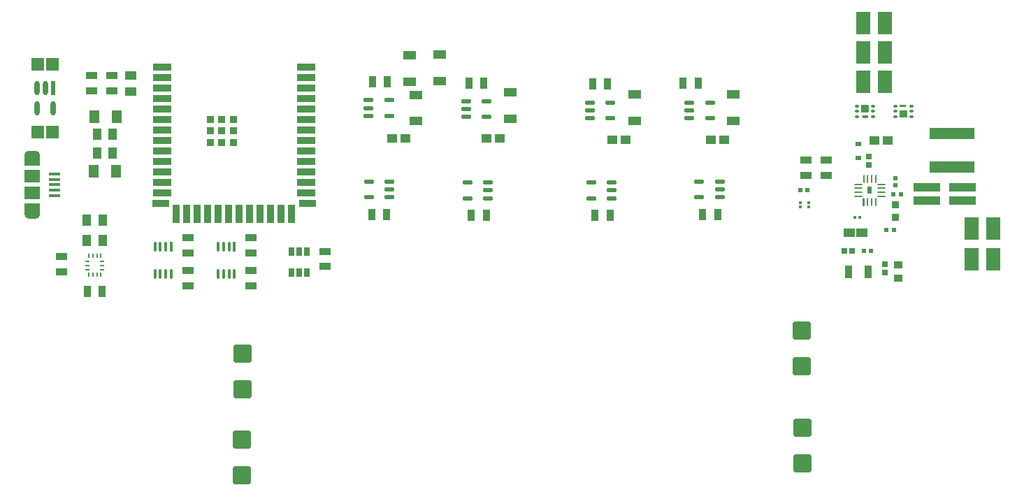
<source format=gtp>
G04*
G04 #@! TF.GenerationSoftware,Altium Limited,Altium Designer,25.8.1 (18)*
G04*
G04 Layer_Color=8421504*
%FSLAX25Y25*%
%MOIN*%
G70*
G04*
G04 #@! TF.SameCoordinates,84D38476-EC8B-4E85-A8E5-E5852804B053*
G04*
G04*
G04 #@! TF.FilePolarity,Positive*
G04*
G01*
G75*
%ADD15R,0.02019X0.03594*%
%ADD16C,0.01968*%
%ADD17R,0.03543X0.03543*%
%ADD18R,0.08900X0.03543*%
%ADD19R,0.05512X0.03740*%
%ADD20R,0.03740X0.05512*%
%ADD21R,0.05906X0.06102*%
%ADD22R,0.05315X0.01575*%
%ADD23R,0.01900X0.01000*%
%ADD24R,0.01000X0.01900*%
G04:AMPARAMS|DCode=25|XSize=67.21mil|YSize=24.25mil|CornerRadius=12.12mil|HoleSize=0mil|Usage=FLASHONLY|Rotation=270.000|XOffset=0mil|YOffset=0mil|HoleType=Round|Shape=RoundedRectangle|*
%AMROUNDEDRECTD25*
21,1,0.06721,0.00000,0,0,270.0*
21,1,0.04296,0.02425,0,0,270.0*
1,1,0.02425,0.00000,-0.02148*
1,1,0.02425,0.00000,0.02148*
1,1,0.02425,0.00000,0.02148*
1,1,0.02425,0.00000,-0.02148*
%
%ADD25ROUNDEDRECTD25*%
%ADD26R,0.04724X0.05906*%
G04:AMPARAMS|DCode=27|XSize=49.38mil|YSize=13.22mil|CornerRadius=6.61mil|HoleSize=0mil|Usage=FLASHONLY|Rotation=270.000|XOffset=0mil|YOffset=0mil|HoleType=Round|Shape=RoundedRectangle|*
%AMROUNDEDRECTD27*
21,1,0.04938,0.00000,0,0,270.0*
21,1,0.03615,0.01322,0,0,270.0*
1,1,0.01322,0.00000,-0.01808*
1,1,0.01322,0.00000,0.01808*
1,1,0.01322,0.00000,0.01808*
1,1,0.01322,0.00000,-0.01808*
%
%ADD27ROUNDEDRECTD27*%
G04:AMPARAMS|DCode=28|XSize=88.58mil|YSize=83.86mil|CornerRadius=6.29mil|HoleSize=0mil|Usage=FLASHONLY|Rotation=270.000|XOffset=0mil|YOffset=0mil|HoleType=Round|Shape=RoundedRectangle|*
%AMROUNDEDRECTD28*
21,1,0.08858,0.07128,0,0,270.0*
21,1,0.07600,0.08386,0,0,270.0*
1,1,0.01258,-0.03564,-0.03800*
1,1,0.01258,-0.03564,0.03800*
1,1,0.01258,0.03564,0.03800*
1,1,0.01258,0.03564,-0.03800*
%
%ADD28ROUNDEDRECTD28*%
G04:AMPARAMS|DCode=29|XSize=43.31mil|YSize=23.62mil|CornerRadius=2.01mil|HoleSize=0mil|Usage=FLASHONLY|Rotation=90.000|XOffset=0mil|YOffset=0mil|HoleType=Round|Shape=RoundedRectangle|*
%AMROUNDEDRECTD29*
21,1,0.04331,0.01961,0,0,90.0*
21,1,0.03929,0.02362,0,0,90.0*
1,1,0.00402,0.00980,0.01965*
1,1,0.00402,0.00980,-0.01965*
1,1,0.00402,-0.00980,-0.01965*
1,1,0.00402,-0.00980,0.01965*
%
%ADD29ROUNDEDRECTD29*%
G04:AMPARAMS|DCode=30|XSize=47.64mil|YSize=23.23mil|CornerRadius=5.81mil|HoleSize=0mil|Usage=FLASHONLY|Rotation=180.000|XOffset=0mil|YOffset=0mil|HoleType=Round|Shape=RoundedRectangle|*
%AMROUNDEDRECTD30*
21,1,0.04764,0.01161,0,0,180.0*
21,1,0.03602,0.02323,0,0,180.0*
1,1,0.01161,-0.01801,0.00581*
1,1,0.01161,0.01801,0.00581*
1,1,0.01161,0.01801,-0.00581*
1,1,0.01161,-0.01801,-0.00581*
%
%ADD30ROUNDEDRECTD30*%
%ADD31R,0.06299X0.03937*%
G04:AMPARAMS|DCode=32|XSize=17.72mil|YSize=11.81mil|CornerRadius=1.95mil|HoleSize=0mil|Usage=FLASHONLY|Rotation=180.000|XOffset=0mil|YOffset=0mil|HoleType=Round|Shape=RoundedRectangle|*
%AMROUNDEDRECTD32*
21,1,0.01772,0.00791,0,0,180.0*
21,1,0.01382,0.01181,0,0,180.0*
1,1,0.00390,-0.00691,0.00396*
1,1,0.00390,0.00691,0.00396*
1,1,0.00390,0.00691,-0.00396*
1,1,0.00390,-0.00691,-0.00396*
%
%ADD32ROUNDEDRECTD32*%
%ADD33R,0.02362X0.02126*%
%ADD34R,0.06506X0.11040*%
%ADD35R,0.05138X0.04355*%
%ADD36R,0.02648X0.02631*%
G04:AMPARAMS|DCode=37|XSize=9.42mil|YSize=37.68mil|CornerRadius=4.71mil|HoleSize=0mil|Usage=FLASHONLY|Rotation=90.000|XOffset=0mil|YOffset=0mil|HoleType=Round|Shape=RoundedRectangle|*
%AMROUNDEDRECTD37*
21,1,0.00942,0.02826,0,0,90.0*
21,1,0.00000,0.03768,0,0,90.0*
1,1,0.00942,0.01413,0.00000*
1,1,0.00942,0.01413,0.00000*
1,1,0.00942,-0.01413,0.00000*
1,1,0.00942,-0.01413,0.00000*
%
%ADD37ROUNDEDRECTD37*%
G04:AMPARAMS|DCode=38|XSize=37.68mil|YSize=9.42mil|CornerRadius=4.71mil|HoleSize=0mil|Usage=FLASHONLY|Rotation=90.000|XOffset=0mil|YOffset=0mil|HoleType=Round|Shape=RoundedRectangle|*
%AMROUNDEDRECTD38*
21,1,0.03768,0.00000,0,0,90.0*
21,1,0.02826,0.00942,0,0,90.0*
1,1,0.00942,0.00000,0.01413*
1,1,0.00942,0.00000,-0.01413*
1,1,0.00942,0.00000,-0.01413*
1,1,0.00942,0.00000,0.01413*
%
%ADD38ROUNDEDRECTD38*%
%ADD39R,0.05241X0.03985*%
%ADD40R,0.01496X0.01575*%
%ADD41R,0.03765X0.06127*%
%ADD42R,0.02816X0.02648*%
%ADD43R,0.01575X0.01496*%
%ADD44R,0.01843X0.01860*%
%ADD45C,0.00848*%
%ADD46R,0.02237X0.02254*%
%ADD47R,0.02165X0.02165*%
%ADD48R,0.03661X0.03504*%
%ADD49R,0.03937X0.03543*%
%ADD50R,0.12992X0.04134*%
%ADD51R,0.03150X0.02362*%
%ADD52R,0.02559X0.02559*%
%ADD53R,0.21654X0.05630*%
%ADD54R,0.04748X0.04166*%
%ADD55R,0.03543X0.08900*%
%ADD56R,0.08000X0.03543*%
%ADD57R,0.03963X0.05544*%
%ADD58R,0.05544X0.03963*%
%ADD59R,0.01322X0.04938*%
%ADD60R,0.02425X0.06721*%
%ADD61R,0.07480X0.05906*%
G36*
X422840Y183455D02*
X422896Y183399D01*
X422926Y183327D01*
Y183288D01*
Y182540D01*
Y182501D01*
X422896Y182428D01*
X422840Y182373D01*
X422768Y182343D01*
X420327D01*
X420255Y182373D01*
X420200Y182428D01*
X420170Y182501D01*
Y182540D01*
Y183288D01*
Y183327D01*
X420200Y183399D01*
X420255Y183455D01*
X420327Y183485D01*
X422768D01*
X422840Y183455D01*
D02*
G37*
G36*
X405108Y183297D02*
X405163Y183242D01*
X405193Y183170D01*
Y183130D01*
Y180138D01*
Y180099D01*
X405163Y180027D01*
X405108Y179971D01*
X405036Y179941D01*
X401808D01*
X401735Y179971D01*
X401680Y180027D01*
X401650Y180099D01*
Y180138D01*
Y183130D01*
Y183170D01*
X401680Y183242D01*
X401735Y183297D01*
X401808Y183327D01*
X405036D01*
X405108Y183297D01*
D02*
G37*
G36*
X423608Y180738D02*
X423663Y180683D01*
X423693Y180611D01*
Y180571D01*
Y177579D01*
Y177540D01*
X423663Y177468D01*
X423608Y177412D01*
X423536Y177382D01*
X420308D01*
X420235Y177412D01*
X420180Y177468D01*
X420150Y177540D01*
Y177579D01*
Y180571D01*
Y180611D01*
X420180Y180683D01*
X420235Y180738D01*
X420308Y180768D01*
X423536D01*
X423608Y180738D01*
D02*
G37*
G36*
X405088Y178337D02*
X405144Y178281D01*
X405174Y178209D01*
Y178170D01*
Y177422D01*
Y177383D01*
X405144Y177310D01*
X405088Y177255D01*
X405016Y177225D01*
X402575D01*
X402503Y177255D01*
X402448Y177310D01*
X402418Y177383D01*
Y177422D01*
Y178170D01*
Y178209D01*
X402448Y178281D01*
X402503Y178337D01*
X402575Y178367D01*
X405016D01*
X405088Y178337D01*
D02*
G37*
G36*
X8162Y159556D02*
X4618D01*
Y161524D01*
X8162Y161524D01*
Y159556D01*
D02*
G37*
G36*
X10130Y154437D02*
X2650D01*
Y159556D01*
X10130D01*
Y154437D01*
D02*
G37*
G36*
X403120Y138967D02*
X403253Y138835D01*
X403325Y138662D01*
Y138568D01*
Y135271D01*
X402383D01*
Y138568D01*
Y138662D01*
X402454Y138835D01*
X402587Y138967D01*
X402760Y139039D01*
X402947D01*
X403120Y138967D01*
D02*
G37*
G36*
X10130Y131209D02*
X2650D01*
Y136327D01*
X10130D01*
Y131209D01*
D02*
G37*
G36*
X8162Y129241D02*
X4619Y129241D01*
Y131209D01*
X8162D01*
Y129241D01*
D02*
G37*
D15*
X405806Y142669D02*
D03*
D16*
X5603Y159556D02*
G03*
X5603Y159556I-984J0D01*
G01*
X9146D02*
G03*
X9146Y159556I-984J0D01*
G01*
X5603Y131209D02*
G03*
X5603Y131209I-984J0D01*
G01*
X9146D02*
G03*
X9146Y131209I-984J0D01*
G01*
D17*
X91237Y165477D02*
D03*
X96748Y170989D02*
D03*
X91237D02*
D03*
Y176500D02*
D03*
X96748D02*
D03*
Y165477D02*
D03*
X102260Y170989D02*
D03*
Y165477D02*
D03*
Y176500D02*
D03*
D18*
X68205Y201382D02*
D03*
X137103D02*
D03*
Y171382D02*
D03*
X68205Y141382D02*
D03*
X137103Y196382D02*
D03*
Y191382D02*
D03*
Y176382D02*
D03*
Y166382D02*
D03*
Y161382D02*
D03*
Y156382D02*
D03*
Y151382D02*
D03*
Y146382D02*
D03*
Y141382D02*
D03*
X68205Y151382D02*
D03*
Y156382D02*
D03*
Y171382D02*
D03*
Y191382D02*
D03*
Y186382D02*
D03*
Y166382D02*
D03*
Y161382D02*
D03*
Y146382D02*
D03*
X137103Y181382D02*
D03*
Y186382D02*
D03*
X68205Y181382D02*
D03*
Y196382D02*
D03*
Y176382D02*
D03*
D19*
X20205Y103882D02*
D03*
X34705Y190241D02*
D03*
X80674Y112822D02*
D03*
X80705Y104464D02*
D03*
X44205Y190241D02*
D03*
X110705Y104464D02*
D03*
X110674Y112822D02*
D03*
X146174Y106322D02*
D03*
X375422Y156997D02*
D03*
Y149713D02*
D03*
X384922Y156997D02*
D03*
Y149713D02*
D03*
X20205Y111166D02*
D03*
X44205Y197524D02*
D03*
X110674Y120105D02*
D03*
X80674D02*
D03*
X146174Y113605D02*
D03*
X34705Y197524D02*
D03*
X80705Y97180D02*
D03*
X110705D02*
D03*
D20*
X39847Y94382D02*
D03*
X222996Y130701D02*
D03*
X175496Y131201D02*
D03*
X281855Y130701D02*
D03*
X333355Y131201D02*
D03*
X175847Y194457D02*
D03*
X273563Y193382D02*
D03*
X221847Y193957D02*
D03*
X316705Y193882D02*
D03*
X32563Y94382D02*
D03*
X168213Y131201D02*
D03*
X168563Y194457D02*
D03*
X215713Y130701D02*
D03*
X274571D02*
D03*
X326071Y131201D02*
D03*
X214563Y193957D02*
D03*
X280847Y193382D02*
D03*
X323989Y193882D02*
D03*
D21*
X8992Y170382D02*
D03*
X16122Y202882D02*
D03*
X16079Y170382D02*
D03*
X9036Y202882D02*
D03*
D22*
X17020Y140264D02*
D03*
Y145382D02*
D03*
Y147941D02*
D03*
Y150501D02*
D03*
Y142823D02*
D03*
D23*
X32605Y104914D02*
D03*
Y106882D02*
D03*
X39805Y108851D02*
D03*
Y104914D02*
D03*
X32605Y108851D02*
D03*
X39805Y106882D02*
D03*
D24*
X39158Y111432D02*
D03*
X33252Y102332D02*
D03*
X39158D02*
D03*
X37189D02*
D03*
X35221D02*
D03*
X33252Y111432D02*
D03*
X35221D02*
D03*
X37189D02*
D03*
D25*
X12579Y191382D02*
D03*
X16319Y181929D02*
D03*
X8839Y191382D02*
D03*
Y181929D02*
D03*
D26*
X35926Y177733D02*
D03*
X46205Y151882D02*
D03*
X35575D02*
D03*
X46556Y177733D02*
D03*
D27*
X64867Y115820D02*
D03*
X95146Y115817D02*
D03*
X69985Y115820D02*
D03*
X100264Y115817D02*
D03*
X95146Y102822D02*
D03*
X64867Y102824D02*
D03*
X67426Y115820D02*
D03*
X97705Y115817D02*
D03*
X102823Y102822D02*
D03*
X72544Y102824D02*
D03*
X97705Y102822D02*
D03*
X100264D02*
D03*
X67426Y102824D02*
D03*
X69985D02*
D03*
D28*
X106205Y6819D02*
D03*
X106705Y47819D02*
D03*
X373705Y29445D02*
D03*
X373205Y75945D02*
D03*
Y58819D02*
D03*
X106705Y64945D02*
D03*
X373705Y12319D02*
D03*
X106205Y23945D02*
D03*
D29*
X133674Y103346D02*
D03*
Y113582D02*
D03*
X129933Y103346D02*
D03*
Y113582D02*
D03*
X137414D02*
D03*
Y103346D02*
D03*
D30*
X176796Y146941D02*
D03*
X166705Y178217D02*
D03*
X213264Y177717D02*
D03*
X223796Y146441D02*
D03*
X272264Y177142D02*
D03*
X282796Y146441D02*
D03*
X319764Y177142D02*
D03*
X334296Y146941D02*
D03*
X223796Y142701D02*
D03*
X176796Y139461D02*
D03*
X223796Y138961D02*
D03*
X282796D02*
D03*
X334296Y139461D02*
D03*
X166914D02*
D03*
X176587Y185697D02*
D03*
X213914Y138961D02*
D03*
X272914D02*
D03*
X324414Y139461D02*
D03*
X329646Y184623D02*
D03*
X223146Y185197D02*
D03*
X282146Y184623D02*
D03*
X334296Y143201D02*
D03*
X176796D02*
D03*
X329646Y177142D02*
D03*
X319764Y180882D02*
D03*
Y184623D02*
D03*
X282146Y177142D02*
D03*
X272264Y180882D02*
D03*
Y184623D02*
D03*
X223146Y177717D02*
D03*
X213264Y181457D02*
D03*
Y185197D02*
D03*
X176587Y178217D02*
D03*
X166705Y181957D02*
D03*
Y185697D02*
D03*
X324414Y146941D02*
D03*
X272914Y146441D02*
D03*
X282796Y142701D02*
D03*
X213914Y146441D02*
D03*
X166914Y146941D02*
D03*
D31*
X200705Y194784D02*
D03*
X186205Y194583D02*
D03*
Y207182D02*
D03*
X234205Y176957D02*
D03*
X200705Y207382D02*
D03*
X189205Y188256D02*
D03*
X234205Y189556D02*
D03*
X293705Y188481D02*
D03*
X340705D02*
D03*
Y175882D02*
D03*
X189205Y175658D02*
D03*
X293705Y175882D02*
D03*
D32*
X418083Y182914D02*
D03*
X407260D02*
D03*
Y180355D02*
D03*
Y177796D02*
D03*
X399583D02*
D03*
Y180355D02*
D03*
Y182914D02*
D03*
X418083Y177796D02*
D03*
Y180355D02*
D03*
X425760Y182914D02*
D03*
Y180355D02*
D03*
Y177796D02*
D03*
D33*
X417922Y148556D02*
D03*
Y145154D02*
D03*
D34*
X413139Y222355D02*
D03*
Y208355D02*
D03*
Y194355D02*
D03*
X464639Y124355D02*
D03*
Y109855D02*
D03*
X454204D02*
D03*
Y124355D02*
D03*
X402704Y194355D02*
D03*
Y208355D02*
D03*
Y222355D02*
D03*
D35*
X414422Y166355D02*
D03*
X408118D02*
D03*
D36*
X412922Y103378D02*
D03*
Y107332D02*
D03*
D37*
X400292Y139716D02*
D03*
Y141685D02*
D03*
Y143653D02*
D03*
Y145622D02*
D03*
X411320D02*
D03*
Y141685D02*
D03*
Y139716D02*
D03*
Y143653D02*
D03*
D38*
X408759Y148183D02*
D03*
X402853D02*
D03*
X404822D02*
D03*
X406790D02*
D03*
X408759Y137155D02*
D03*
X406790D02*
D03*
X404822D02*
D03*
D39*
X396091Y122355D02*
D03*
X401922D02*
D03*
D40*
X398709Y129855D02*
D03*
X400922D02*
D03*
D41*
X395796Y103855D02*
D03*
X405048D02*
D03*
D42*
X393653Y113855D02*
D03*
X397422D02*
D03*
D43*
X372552Y134642D02*
D03*
Y136855D02*
D03*
X376552Y136961D02*
D03*
Y134748D02*
D03*
D44*
X376005Y142855D02*
D03*
X372838D02*
D03*
D45*
X402853Y137106D02*
D03*
D46*
X406482Y113855D02*
D03*
X402922D02*
D03*
D47*
X413650Y123855D02*
D03*
X417193D02*
D03*
X417150Y140855D02*
D03*
X420693D02*
D03*
D48*
X417922Y135886D02*
D03*
Y129823D02*
D03*
D49*
X419422Y100705D02*
D03*
Y107004D02*
D03*
D50*
X433000Y144248D02*
D03*
Y137752D02*
D03*
X450000Y144248D02*
D03*
Y137752D02*
D03*
D51*
X400422Y164701D02*
D03*
Y158008D02*
D03*
D52*
X405422Y154886D02*
D03*
Y158823D02*
D03*
D53*
X444922Y169760D02*
D03*
Y153855D02*
D03*
D54*
X229205Y167457D02*
D03*
X336359Y166882D02*
D03*
X184359Y167457D02*
D03*
X178051D02*
D03*
X330051Y166882D02*
D03*
X289205D02*
D03*
X282897D02*
D03*
X222897Y167457D02*
D03*
D55*
X75154Y131461D02*
D03*
X80154D02*
D03*
X85154D02*
D03*
X90154D02*
D03*
X95154D02*
D03*
X100154D02*
D03*
X115154D02*
D03*
X120154D02*
D03*
X125154D02*
D03*
X130154D02*
D03*
X105154D02*
D03*
X110154D02*
D03*
D56*
X67754Y136382D02*
D03*
X137554D02*
D03*
D57*
X39949Y118882D02*
D03*
X44705Y160382D02*
D03*
X32462Y118882D02*
D03*
Y128382D02*
D03*
X37218Y169382D02*
D03*
X39949Y128382D02*
D03*
X37218Y160382D02*
D03*
X44705Y169382D02*
D03*
D58*
X53205Y189882D02*
D03*
Y197369D02*
D03*
D59*
X102823Y115817D02*
D03*
X72544Y115820D02*
D03*
D60*
X16319Y191382D02*
D03*
D61*
X6390Y149319D02*
D03*
Y141445D02*
D03*
M02*

</source>
